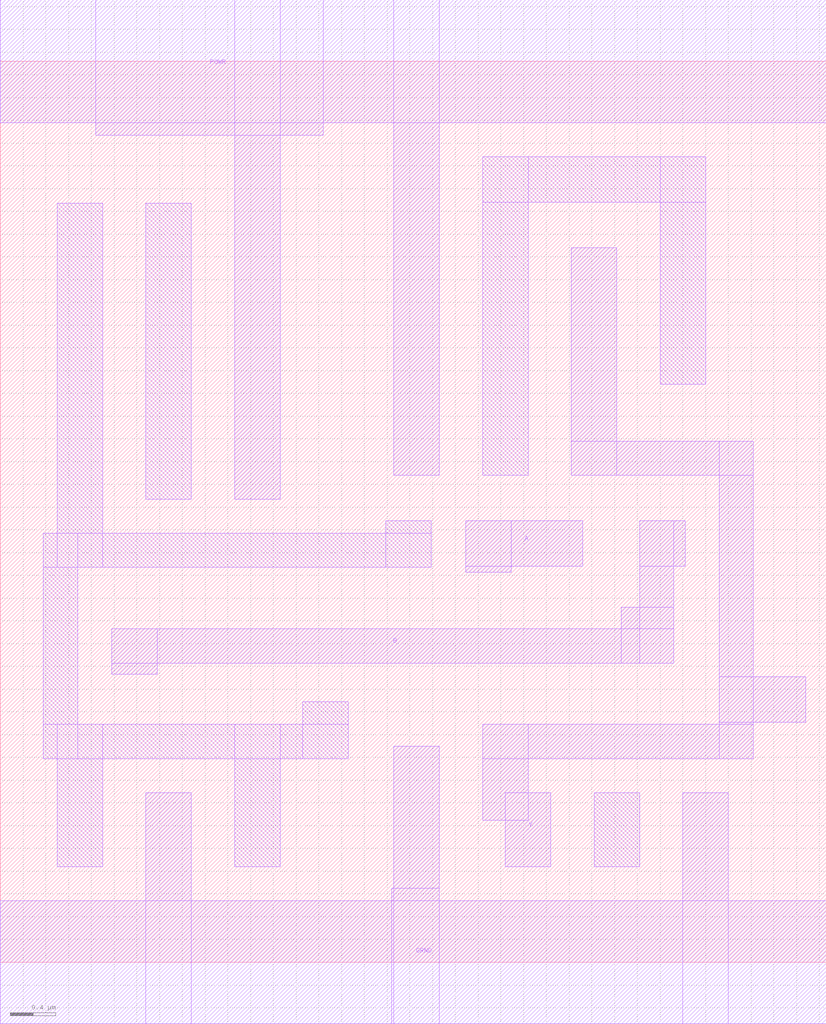
<source format=lef>
VERSION 5.4 ;
NAMESCASESENSITIVE ON ;
BUSBITCHARS "[]" ;
DIVIDERCHAR "/" ;
UNITS
  DATABASE MICRONS 1000 ;
END UNITS

USEMINSPACING OBS ON ;
USEMINSPACING PIN OFF ;
CLEARANCEMEASURE EUCLIDEAN ;


MANUFACTURINGGRID 0.005 ;

MACRO XOR2X1
  CLASS  CORE ;
  FOREIGN XOR2X1 0.000 0.000 ;
  ORIGIN 0.000 0.000 ;
  SIZE 7.260 BY 7.920 ;
  SYMMETRY X Y  ;
  SITE CORE ;
  PIN A
    DIRECTION INPUT ;
    PORT
      LAYER Metal1 ;
        RECT 4.090 3.430 4.490 3.880 ;
        RECT 4.090 3.480 5.120 3.880 ;
    END
  END A
  PIN B
    DIRECTION INPUT ;
    PORT
      LAYER Metal1 ;
        RECT 0.980 2.530 1.380 2.930 ;
        RECT 5.620 3.480 6.020 3.880 ;
        RECT 5.620 2.630 5.920 3.880 ;
        RECT 5.460 2.630 5.920 3.120 ;
        RECT 0.980 2.630 5.920 2.930 ;
    END
  END B
  PIN GRND
    DIRECTION INPUT ;
    PORT
      LAYER Metal1 ;
        RECT 1.280 -0.540 1.680 1.490 ;
        RECT 0.000 -0.540 7.260 0.540 ;
        RECT 6.000 -0.540 6.400 1.490 ;
        RECT 3.460 -0.540 3.860 1.900 ;
        RECT 3.440 -0.540 3.860 0.650 ;
    END
  END GRND
  PIN Y
    DIRECTION INPUT ;
    PORT
      LAYER Metal1 ;
        RECT 4.240 1.250 4.640 2.090 ;
        RECT 6.320 2.110 7.080 2.510 ;
        RECT 5.020 4.280 6.620 4.580 ;
        RECT 6.320 1.790 6.620 4.580 ;
        RECT 4.240 1.790 6.620 2.090 ;
        RECT 5.020 4.280 5.420 6.280 ;
        RECT 4.440 0.840 4.840 1.490 ;
    END
  END Y
  PIN POWR
    DIRECTION INPUT ;
    PORT
      LAYER Metal1 ;
        RECT 2.060 4.070 2.460 8.460 ;
        RECT 0.000 7.380 7.260 8.460 ;
        RECT 3.460 4.280 3.860 8.460 ;
        RECT 0.840 7.270 2.840 8.460 ;
    END
  END POWR
  OBS 
      LAYER Metal1 ;
        RECT 1.280 4.070 1.680 6.670 ;
        RECT 0.500 0.840 0.900 2.090 ;
        RECT 2.060 0.840 2.460 2.090 ;
        RECT 0.380 1.790 3.060 2.090 ;
        RECT 2.660 1.790 3.060 2.290 ;
        RECT 0.380 1.790 0.680 3.770 ;
        RECT 0.380 3.470 3.790 3.770 ;
        RECT 3.390 3.470 3.790 3.880 ;
        RECT 0.500 3.470 0.900 6.670 ;
        RECT 5.220 0.840 5.620 1.490 ;
        RECT 4.240 4.280 4.640 7.080 ;
        RECT 5.800 5.080 6.200 7.080 ;
        RECT 4.240 6.680 6.200 7.080 ;
  END 
END XOR2X1

END LIBRARY

</source>
